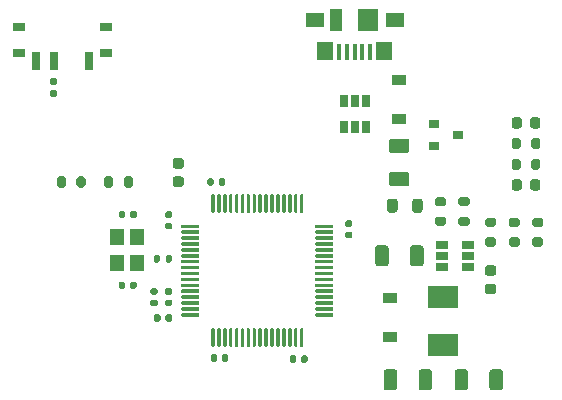
<source format=gbr>
%TF.GenerationSoftware,KiCad,Pcbnew,(5.1.10)-1*%
%TF.CreationDate,2021-07-10T11:27:40-07:00*%
%TF.ProjectId,willios_v2,77696c6c-696f-4735-9f76-322e6b696361,rev?*%
%TF.SameCoordinates,Original*%
%TF.FileFunction,Paste,Top*%
%TF.FilePolarity,Positive*%
%FSLAX46Y46*%
G04 Gerber Fmt 4.6, Leading zero omitted, Abs format (unit mm)*
G04 Created by KiCad (PCBNEW (5.1.10)-1) date 2021-07-10 11:27:40*
%MOMM*%
%LPD*%
G01*
G04 APERTURE LIST*
%ADD10R,1.200000X0.900000*%
%ADD11R,0.450000X1.380000*%
%ADD12R,1.425000X1.550000*%
%ADD13R,1.650000X1.300000*%
%ADD14R,1.800000X1.900000*%
%ADD15R,1.000000X1.900000*%
%ADD16R,2.500000X1.900000*%
%ADD17R,0.900000X0.800000*%
%ADD18R,0.700000X1.500000*%
%ADD19R,1.000000X0.800000*%
%ADD20R,1.060000X0.650000*%
%ADD21R,0.650000X1.060000*%
%ADD22R,1.200000X1.400000*%
G04 APERTURE END LIST*
%TO.C,R7*%
G36*
G01*
X101475000Y-131225000D02*
X101475000Y-131775000D01*
G75*
G02*
X101275000Y-131975000I-200000J0D01*
G01*
X100875000Y-131975000D01*
G75*
G02*
X100675000Y-131775000I0J200000D01*
G01*
X100675000Y-131225000D01*
G75*
G02*
X100875000Y-131025000I200000J0D01*
G01*
X101275000Y-131025000D01*
G75*
G02*
X101475000Y-131225000I0J-200000D01*
G01*
G37*
G36*
G01*
X99825000Y-131225000D02*
X99825000Y-131775000D01*
G75*
G02*
X99625000Y-131975000I-200000J0D01*
G01*
X99225000Y-131975000D01*
G75*
G02*
X99025000Y-131775000I0J200000D01*
G01*
X99025000Y-131225000D01*
G75*
G02*
X99225000Y-131025000I200000J0D01*
G01*
X99625000Y-131025000D01*
G75*
G02*
X99825000Y-131225000I0J-200000D01*
G01*
G37*
%TD*%
%TO.C,C1*%
G36*
G01*
X131500000Y-140100000D02*
X132000000Y-140100000D01*
G75*
G02*
X132225000Y-140325000I0J-225000D01*
G01*
X132225000Y-140775000D01*
G75*
G02*
X132000000Y-141000000I-225000J0D01*
G01*
X131500000Y-141000000D01*
G75*
G02*
X131275000Y-140775000I0J225000D01*
G01*
X131275000Y-140325000D01*
G75*
G02*
X131500000Y-140100000I225000J0D01*
G01*
G37*
G36*
G01*
X131500000Y-138550000D02*
X132000000Y-138550000D01*
G75*
G02*
X132225000Y-138775000I0J-225000D01*
G01*
X132225000Y-139225000D01*
G75*
G02*
X132000000Y-139450000I-225000J0D01*
G01*
X131500000Y-139450000D01*
G75*
G02*
X131275000Y-139225000I0J225000D01*
G01*
X131275000Y-138775000D01*
G75*
G02*
X131500000Y-138550000I225000J0D01*
G01*
G37*
%TD*%
%TO.C,C2*%
G36*
G01*
X126075000Y-137099999D02*
X126075000Y-138400001D01*
G75*
G02*
X125825001Y-138650000I-249999J0D01*
G01*
X125174999Y-138650000D01*
G75*
G02*
X124925000Y-138400001I0J249999D01*
G01*
X124925000Y-137099999D01*
G75*
G02*
X125174999Y-136850000I249999J0D01*
G01*
X125825001Y-136850000D01*
G75*
G02*
X126075000Y-137099999I0J-249999D01*
G01*
G37*
G36*
G01*
X123125000Y-137099999D02*
X123125000Y-138400001D01*
G75*
G02*
X122875001Y-138650000I-249999J0D01*
G01*
X122224999Y-138650000D01*
G75*
G02*
X121975000Y-138400001I0J249999D01*
G01*
X121975000Y-137099999D01*
G75*
G02*
X122224999Y-136850000I249999J0D01*
G01*
X122875001Y-136850000D01*
G75*
G02*
X123125000Y-137099999I0J-249999D01*
G01*
G37*
%TD*%
%TO.C,C3*%
G36*
G01*
X131650000Y-148900001D02*
X131650000Y-147599999D01*
G75*
G02*
X131899999Y-147350000I249999J0D01*
G01*
X132550001Y-147350000D01*
G75*
G02*
X132800000Y-147599999I0J-249999D01*
G01*
X132800000Y-148900001D01*
G75*
G02*
X132550001Y-149150000I-249999J0D01*
G01*
X131899999Y-149150000D01*
G75*
G02*
X131650000Y-148900001I0J249999D01*
G01*
G37*
G36*
G01*
X128700000Y-148900001D02*
X128700000Y-147599999D01*
G75*
G02*
X128949999Y-147350000I249999J0D01*
G01*
X129600001Y-147350000D01*
G75*
G02*
X129850000Y-147599999I0J-249999D01*
G01*
X129850000Y-148900001D01*
G75*
G02*
X129600001Y-149150000I-249999J0D01*
G01*
X128949999Y-149150000D01*
G75*
G02*
X128700000Y-148900001I0J249999D01*
G01*
G37*
%TD*%
%TO.C,C4*%
G36*
G01*
X126800000Y-147599999D02*
X126800000Y-148900001D01*
G75*
G02*
X126550001Y-149150000I-249999J0D01*
G01*
X125899999Y-149150000D01*
G75*
G02*
X125650000Y-148900001I0J249999D01*
G01*
X125650000Y-147599999D01*
G75*
G02*
X125899999Y-147350000I249999J0D01*
G01*
X126550001Y-147350000D01*
G75*
G02*
X126800000Y-147599999I0J-249999D01*
G01*
G37*
G36*
G01*
X123850000Y-147599999D02*
X123850000Y-148900001D01*
G75*
G02*
X123600001Y-149150000I-249999J0D01*
G01*
X122949999Y-149150000D01*
G75*
G02*
X122700000Y-148900001I0J249999D01*
G01*
X122700000Y-147599999D01*
G75*
G02*
X122949999Y-147350000I249999J0D01*
G01*
X123600001Y-147350000D01*
G75*
G02*
X123850000Y-147599999I0J-249999D01*
G01*
G37*
%TD*%
%TO.C,C5*%
G36*
G01*
X105050000Y-129475000D02*
X105550000Y-129475000D01*
G75*
G02*
X105775000Y-129700000I0J-225000D01*
G01*
X105775000Y-130150000D01*
G75*
G02*
X105550000Y-130375000I-225000J0D01*
G01*
X105050000Y-130375000D01*
G75*
G02*
X104825000Y-130150000I0J225000D01*
G01*
X104825000Y-129700000D01*
G75*
G02*
X105050000Y-129475000I225000J0D01*
G01*
G37*
G36*
G01*
X105050000Y-131025000D02*
X105550000Y-131025000D01*
G75*
G02*
X105775000Y-131250000I0J-225000D01*
G01*
X105775000Y-131700000D01*
G75*
G02*
X105550000Y-131925000I-225000J0D01*
G01*
X105050000Y-131925000D01*
G75*
G02*
X104825000Y-131700000I0J225000D01*
G01*
X104825000Y-131250000D01*
G75*
G02*
X105050000Y-131025000I225000J0D01*
G01*
G37*
%TD*%
%TO.C,C6*%
G36*
G01*
X108720000Y-131670000D02*
X108720000Y-131330000D01*
G75*
G02*
X108860000Y-131190000I140000J0D01*
G01*
X109140000Y-131190000D01*
G75*
G02*
X109280000Y-131330000I0J-140000D01*
G01*
X109280000Y-131670000D01*
G75*
G02*
X109140000Y-131810000I-140000J0D01*
G01*
X108860000Y-131810000D01*
G75*
G02*
X108720000Y-131670000I0J140000D01*
G01*
G37*
G36*
G01*
X107760000Y-131670000D02*
X107760000Y-131330000D01*
G75*
G02*
X107900000Y-131190000I140000J0D01*
G01*
X108180000Y-131190000D01*
G75*
G02*
X108320000Y-131330000I0J-140000D01*
G01*
X108320000Y-131670000D01*
G75*
G02*
X108180000Y-131810000I-140000J0D01*
G01*
X107900000Y-131810000D01*
G75*
G02*
X107760000Y-131670000I0J140000D01*
G01*
G37*
%TD*%
%TO.C,C7*%
G36*
G01*
X109560000Y-146230000D02*
X109560000Y-146570000D01*
G75*
G02*
X109420000Y-146710000I-140000J0D01*
G01*
X109140000Y-146710000D01*
G75*
G02*
X109000000Y-146570000I0J140000D01*
G01*
X109000000Y-146230000D01*
G75*
G02*
X109140000Y-146090000I140000J0D01*
G01*
X109420000Y-146090000D01*
G75*
G02*
X109560000Y-146230000I0J-140000D01*
G01*
G37*
G36*
G01*
X108600000Y-146230000D02*
X108600000Y-146570000D01*
G75*
G02*
X108460000Y-146710000I-140000J0D01*
G01*
X108180000Y-146710000D01*
G75*
G02*
X108040000Y-146570000I0J140000D01*
G01*
X108040000Y-146230000D01*
G75*
G02*
X108180000Y-146090000I140000J0D01*
G01*
X108460000Y-146090000D01*
G75*
G02*
X108600000Y-146230000I0J-140000D01*
G01*
G37*
%TD*%
%TO.C,C8*%
G36*
G01*
X115300000Y-146330000D02*
X115300000Y-146670000D01*
G75*
G02*
X115160000Y-146810000I-140000J0D01*
G01*
X114880000Y-146810000D01*
G75*
G02*
X114740000Y-146670000I0J140000D01*
G01*
X114740000Y-146330000D01*
G75*
G02*
X114880000Y-146190000I140000J0D01*
G01*
X115160000Y-146190000D01*
G75*
G02*
X115300000Y-146330000I0J-140000D01*
G01*
G37*
G36*
G01*
X116260000Y-146330000D02*
X116260000Y-146670000D01*
G75*
G02*
X116120000Y-146810000I-140000J0D01*
G01*
X115840000Y-146810000D01*
G75*
G02*
X115700000Y-146670000I0J140000D01*
G01*
X115700000Y-146330000D01*
G75*
G02*
X115840000Y-146190000I140000J0D01*
G01*
X116120000Y-146190000D01*
G75*
G02*
X116260000Y-146330000I0J-140000D01*
G01*
G37*
%TD*%
%TO.C,C9*%
G36*
G01*
X119580000Y-134740000D02*
X119920000Y-134740000D01*
G75*
G02*
X120060000Y-134880000I0J-140000D01*
G01*
X120060000Y-135160000D01*
G75*
G02*
X119920000Y-135300000I-140000J0D01*
G01*
X119580000Y-135300000D01*
G75*
G02*
X119440000Y-135160000I0J140000D01*
G01*
X119440000Y-134880000D01*
G75*
G02*
X119580000Y-134740000I140000J0D01*
G01*
G37*
G36*
G01*
X119580000Y-135700000D02*
X119920000Y-135700000D01*
G75*
G02*
X120060000Y-135840000I0J-140000D01*
G01*
X120060000Y-136120000D01*
G75*
G02*
X119920000Y-136260000I-140000J0D01*
G01*
X119580000Y-136260000D01*
G75*
G02*
X119440000Y-136120000I0J140000D01*
G01*
X119440000Y-135840000D01*
G75*
G02*
X119580000Y-135700000I140000J0D01*
G01*
G37*
%TD*%
%TO.C,C10*%
G36*
G01*
X104670000Y-135510000D02*
X104330000Y-135510000D01*
G75*
G02*
X104190000Y-135370000I0J140000D01*
G01*
X104190000Y-135090000D01*
G75*
G02*
X104330000Y-134950000I140000J0D01*
G01*
X104670000Y-134950000D01*
G75*
G02*
X104810000Y-135090000I0J-140000D01*
G01*
X104810000Y-135370000D01*
G75*
G02*
X104670000Y-135510000I-140000J0D01*
G01*
G37*
G36*
G01*
X104670000Y-134550000D02*
X104330000Y-134550000D01*
G75*
G02*
X104190000Y-134410000I0J140000D01*
G01*
X104190000Y-134130000D01*
G75*
G02*
X104330000Y-133990000I140000J0D01*
G01*
X104670000Y-133990000D01*
G75*
G02*
X104810000Y-134130000I0J-140000D01*
G01*
X104810000Y-134410000D01*
G75*
G02*
X104670000Y-134550000I-140000J0D01*
G01*
G37*
%TD*%
%TO.C,C11*%
G36*
G01*
X103420000Y-141050000D02*
X103080000Y-141050000D01*
G75*
G02*
X102940000Y-140910000I0J140000D01*
G01*
X102940000Y-140630000D01*
G75*
G02*
X103080000Y-140490000I140000J0D01*
G01*
X103420000Y-140490000D01*
G75*
G02*
X103560000Y-140630000I0J-140000D01*
G01*
X103560000Y-140910000D01*
G75*
G02*
X103420000Y-141050000I-140000J0D01*
G01*
G37*
G36*
G01*
X103420000Y-142010000D02*
X103080000Y-142010000D01*
G75*
G02*
X102940000Y-141870000I0J140000D01*
G01*
X102940000Y-141590000D01*
G75*
G02*
X103080000Y-141450000I140000J0D01*
G01*
X103420000Y-141450000D01*
G75*
G02*
X103560000Y-141590000I0J-140000D01*
G01*
X103560000Y-141870000D01*
G75*
G02*
X103420000Y-142010000I-140000J0D01*
G01*
G37*
%TD*%
%TO.C,C12*%
G36*
G01*
X104670000Y-142010000D02*
X104330000Y-142010000D01*
G75*
G02*
X104190000Y-141870000I0J140000D01*
G01*
X104190000Y-141590000D01*
G75*
G02*
X104330000Y-141450000I140000J0D01*
G01*
X104670000Y-141450000D01*
G75*
G02*
X104810000Y-141590000I0J-140000D01*
G01*
X104810000Y-141870000D01*
G75*
G02*
X104670000Y-142010000I-140000J0D01*
G01*
G37*
G36*
G01*
X104670000Y-141050000D02*
X104330000Y-141050000D01*
G75*
G02*
X104190000Y-140910000I0J140000D01*
G01*
X104190000Y-140630000D01*
G75*
G02*
X104330000Y-140490000I140000J0D01*
G01*
X104670000Y-140490000D01*
G75*
G02*
X104810000Y-140630000I0J-140000D01*
G01*
X104810000Y-140910000D01*
G75*
G02*
X104670000Y-141050000I-140000J0D01*
G01*
G37*
%TD*%
%TO.C,C13*%
G36*
G01*
X100260000Y-134420000D02*
X100260000Y-134080000D01*
G75*
G02*
X100400000Y-133940000I140000J0D01*
G01*
X100680000Y-133940000D01*
G75*
G02*
X100820000Y-134080000I0J-140000D01*
G01*
X100820000Y-134420000D01*
G75*
G02*
X100680000Y-134560000I-140000J0D01*
G01*
X100400000Y-134560000D01*
G75*
G02*
X100260000Y-134420000I0J140000D01*
G01*
G37*
G36*
G01*
X101220000Y-134420000D02*
X101220000Y-134080000D01*
G75*
G02*
X101360000Y-133940000I140000J0D01*
G01*
X101640000Y-133940000D01*
G75*
G02*
X101780000Y-134080000I0J-140000D01*
G01*
X101780000Y-134420000D01*
G75*
G02*
X101640000Y-134560000I-140000J0D01*
G01*
X101360000Y-134560000D01*
G75*
G02*
X101220000Y-134420000I0J140000D01*
G01*
G37*
%TD*%
%TO.C,C14*%
G36*
G01*
X100820000Y-140080000D02*
X100820000Y-140420000D01*
G75*
G02*
X100680000Y-140560000I-140000J0D01*
G01*
X100400000Y-140560000D01*
G75*
G02*
X100260000Y-140420000I0J140000D01*
G01*
X100260000Y-140080000D01*
G75*
G02*
X100400000Y-139940000I140000J0D01*
G01*
X100680000Y-139940000D01*
G75*
G02*
X100820000Y-140080000I0J-140000D01*
G01*
G37*
G36*
G01*
X101780000Y-140080000D02*
X101780000Y-140420000D01*
G75*
G02*
X101640000Y-140560000I-140000J0D01*
G01*
X101360000Y-140560000D01*
G75*
G02*
X101220000Y-140420000I0J140000D01*
G01*
X101220000Y-140080000D01*
G75*
G02*
X101360000Y-139940000I140000J0D01*
G01*
X101640000Y-139940000D01*
G75*
G02*
X101780000Y-140080000I0J-140000D01*
G01*
G37*
%TD*%
D10*
%TO.C,D1*%
X124000000Y-122850000D03*
X124000000Y-126150000D03*
%TD*%
%TO.C,D2*%
X123250000Y-141350000D03*
X123250000Y-144650000D03*
%TD*%
%TO.C,D3*%
G36*
G01*
X133525000Y-126756250D02*
X133525000Y-126243750D01*
G75*
G02*
X133743750Y-126025000I218750J0D01*
G01*
X134181250Y-126025000D01*
G75*
G02*
X134400000Y-126243750I0J-218750D01*
G01*
X134400000Y-126756250D01*
G75*
G02*
X134181250Y-126975000I-218750J0D01*
G01*
X133743750Y-126975000D01*
G75*
G02*
X133525000Y-126756250I0J218750D01*
G01*
G37*
G36*
G01*
X135100000Y-126756250D02*
X135100000Y-126243750D01*
G75*
G02*
X135318750Y-126025000I218750J0D01*
G01*
X135756250Y-126025000D01*
G75*
G02*
X135975000Y-126243750I0J-218750D01*
G01*
X135975000Y-126756250D01*
G75*
G02*
X135756250Y-126975000I-218750J0D01*
G01*
X135318750Y-126975000D01*
G75*
G02*
X135100000Y-126756250I0J218750D01*
G01*
G37*
%TD*%
%TO.C,D4*%
G36*
G01*
X135100000Y-132006250D02*
X135100000Y-131493750D01*
G75*
G02*
X135318750Y-131275000I218750J0D01*
G01*
X135756250Y-131275000D01*
G75*
G02*
X135975000Y-131493750I0J-218750D01*
G01*
X135975000Y-132006250D01*
G75*
G02*
X135756250Y-132225000I-218750J0D01*
G01*
X135318750Y-132225000D01*
G75*
G02*
X135100000Y-132006250I0J218750D01*
G01*
G37*
G36*
G01*
X133525000Y-132006250D02*
X133525000Y-131493750D01*
G75*
G02*
X133743750Y-131275000I218750J0D01*
G01*
X134181250Y-131275000D01*
G75*
G02*
X134400000Y-131493750I0J-218750D01*
G01*
X134400000Y-132006250D01*
G75*
G02*
X134181250Y-132225000I-218750J0D01*
G01*
X133743750Y-132225000D01*
G75*
G02*
X133525000Y-132006250I0J218750D01*
G01*
G37*
%TD*%
%TO.C,F1*%
G36*
G01*
X124625000Y-131875000D02*
X123375000Y-131875000D01*
G75*
G02*
X123125000Y-131625000I0J250000D01*
G01*
X123125000Y-130875000D01*
G75*
G02*
X123375000Y-130625000I250000J0D01*
G01*
X124625000Y-130625000D01*
G75*
G02*
X124875000Y-130875000I0J-250000D01*
G01*
X124875000Y-131625000D01*
G75*
G02*
X124625000Y-131875000I-250000J0D01*
G01*
G37*
G36*
G01*
X124625000Y-129075000D02*
X123375000Y-129075000D01*
G75*
G02*
X123125000Y-128825000I0J250000D01*
G01*
X123125000Y-128075000D01*
G75*
G02*
X123375000Y-127825000I250000J0D01*
G01*
X124625000Y-127825000D01*
G75*
G02*
X124875000Y-128075000I0J-250000D01*
G01*
X124875000Y-128825000D01*
G75*
G02*
X124625000Y-129075000I-250000J0D01*
G01*
G37*
%TD*%
%TO.C,FB1*%
G36*
G01*
X126000000Y-133118750D02*
X126000000Y-133881250D01*
G75*
G02*
X125781250Y-134100000I-218750J0D01*
G01*
X125343750Y-134100000D01*
G75*
G02*
X125125000Y-133881250I0J218750D01*
G01*
X125125000Y-133118750D01*
G75*
G02*
X125343750Y-132900000I218750J0D01*
G01*
X125781250Y-132900000D01*
G75*
G02*
X126000000Y-133118750I0J-218750D01*
G01*
G37*
G36*
G01*
X123875000Y-133118750D02*
X123875000Y-133881250D01*
G75*
G02*
X123656250Y-134100000I-218750J0D01*
G01*
X123218750Y-134100000D01*
G75*
G02*
X123000000Y-133881250I0J218750D01*
G01*
X123000000Y-133118750D01*
G75*
G02*
X123218750Y-132900000I218750J0D01*
G01*
X123656250Y-132900000D01*
G75*
G02*
X123875000Y-133118750I0J-218750D01*
G01*
G37*
%TD*%
D11*
%TO.C,J2*%
X121550000Y-120460000D03*
X120900000Y-120460000D03*
X120250000Y-120460000D03*
X119600000Y-120460000D03*
X118950000Y-120460000D03*
D12*
X122737500Y-120375000D03*
X117762500Y-120375000D03*
D13*
X123625000Y-117800000D03*
X116875000Y-117800000D03*
D14*
X121400000Y-117800000D03*
D15*
X118700000Y-117800000D03*
%TD*%
D16*
%TO.C,L1*%
X127750000Y-141200000D03*
X127750000Y-145300000D03*
%TD*%
%TO.C,L2*%
G36*
G01*
X103235000Y-143172500D02*
X103235000Y-142827500D01*
G75*
G02*
X103382500Y-142680000I147500J0D01*
G01*
X103677500Y-142680000D01*
G75*
G02*
X103825000Y-142827500I0J-147500D01*
G01*
X103825000Y-143172500D01*
G75*
G02*
X103677500Y-143320000I-147500J0D01*
G01*
X103382500Y-143320000D01*
G75*
G02*
X103235000Y-143172500I0J147500D01*
G01*
G37*
G36*
G01*
X104205000Y-143172500D02*
X104205000Y-142827500D01*
G75*
G02*
X104352500Y-142680000I147500J0D01*
G01*
X104647500Y-142680000D01*
G75*
G02*
X104795000Y-142827500I0J-147500D01*
G01*
X104795000Y-143172500D01*
G75*
G02*
X104647500Y-143320000I-147500J0D01*
G01*
X104352500Y-143320000D01*
G75*
G02*
X104205000Y-143172500I0J147500D01*
G01*
G37*
%TD*%
D17*
%TO.C,Q1*%
X127000000Y-126550000D03*
X127000000Y-128450000D03*
X129000000Y-127500000D03*
%TD*%
%TO.C,R1*%
G36*
G01*
X127225000Y-132775000D02*
X127775000Y-132775000D01*
G75*
G02*
X127975000Y-132975000I0J-200000D01*
G01*
X127975000Y-133375000D01*
G75*
G02*
X127775000Y-133575000I-200000J0D01*
G01*
X127225000Y-133575000D01*
G75*
G02*
X127025000Y-133375000I0J200000D01*
G01*
X127025000Y-132975000D01*
G75*
G02*
X127225000Y-132775000I200000J0D01*
G01*
G37*
G36*
G01*
X127225000Y-134425000D02*
X127775000Y-134425000D01*
G75*
G02*
X127975000Y-134625000I0J-200000D01*
G01*
X127975000Y-135025000D01*
G75*
G02*
X127775000Y-135225000I-200000J0D01*
G01*
X127225000Y-135225000D01*
G75*
G02*
X127025000Y-135025000I0J200000D01*
G01*
X127025000Y-134625000D01*
G75*
G02*
X127225000Y-134425000I200000J0D01*
G01*
G37*
%TD*%
%TO.C,R2*%
G36*
G01*
X129775000Y-133575000D02*
X129225000Y-133575000D01*
G75*
G02*
X129025000Y-133375000I0J200000D01*
G01*
X129025000Y-132975000D01*
G75*
G02*
X129225000Y-132775000I200000J0D01*
G01*
X129775000Y-132775000D01*
G75*
G02*
X129975000Y-132975000I0J-200000D01*
G01*
X129975000Y-133375000D01*
G75*
G02*
X129775000Y-133575000I-200000J0D01*
G01*
G37*
G36*
G01*
X129775000Y-135225000D02*
X129225000Y-135225000D01*
G75*
G02*
X129025000Y-135025000I0J200000D01*
G01*
X129025000Y-134625000D01*
G75*
G02*
X129225000Y-134425000I200000J0D01*
G01*
X129775000Y-134425000D01*
G75*
G02*
X129975000Y-134625000I0J-200000D01*
G01*
X129975000Y-135025000D01*
G75*
G02*
X129775000Y-135225000I-200000J0D01*
G01*
G37*
%TD*%
%TO.C,R3*%
G36*
G01*
X131475000Y-134525000D02*
X132025000Y-134525000D01*
G75*
G02*
X132225000Y-134725000I0J-200000D01*
G01*
X132225000Y-135125000D01*
G75*
G02*
X132025000Y-135325000I-200000J0D01*
G01*
X131475000Y-135325000D01*
G75*
G02*
X131275000Y-135125000I0J200000D01*
G01*
X131275000Y-134725000D01*
G75*
G02*
X131475000Y-134525000I200000J0D01*
G01*
G37*
G36*
G01*
X131475000Y-136175000D02*
X132025000Y-136175000D01*
G75*
G02*
X132225000Y-136375000I0J-200000D01*
G01*
X132225000Y-136775000D01*
G75*
G02*
X132025000Y-136975000I-200000J0D01*
G01*
X131475000Y-136975000D01*
G75*
G02*
X131275000Y-136775000I0J200000D01*
G01*
X131275000Y-136375000D01*
G75*
G02*
X131475000Y-136175000I200000J0D01*
G01*
G37*
%TD*%
%TO.C,R4*%
G36*
G01*
X134025000Y-136975000D02*
X133475000Y-136975000D01*
G75*
G02*
X133275000Y-136775000I0J200000D01*
G01*
X133275000Y-136375000D01*
G75*
G02*
X133475000Y-136175000I200000J0D01*
G01*
X134025000Y-136175000D01*
G75*
G02*
X134225000Y-136375000I0J-200000D01*
G01*
X134225000Y-136775000D01*
G75*
G02*
X134025000Y-136975000I-200000J0D01*
G01*
G37*
G36*
G01*
X134025000Y-135325000D02*
X133475000Y-135325000D01*
G75*
G02*
X133275000Y-135125000I0J200000D01*
G01*
X133275000Y-134725000D01*
G75*
G02*
X133475000Y-134525000I200000J0D01*
G01*
X134025000Y-134525000D01*
G75*
G02*
X134225000Y-134725000I0J-200000D01*
G01*
X134225000Y-135125000D01*
G75*
G02*
X134025000Y-135325000I-200000J0D01*
G01*
G37*
%TD*%
%TO.C,R5*%
G36*
G01*
X135475000Y-136175000D02*
X136025000Y-136175000D01*
G75*
G02*
X136225000Y-136375000I0J-200000D01*
G01*
X136225000Y-136775000D01*
G75*
G02*
X136025000Y-136975000I-200000J0D01*
G01*
X135475000Y-136975000D01*
G75*
G02*
X135275000Y-136775000I0J200000D01*
G01*
X135275000Y-136375000D01*
G75*
G02*
X135475000Y-136175000I200000J0D01*
G01*
G37*
G36*
G01*
X135475000Y-134525000D02*
X136025000Y-134525000D01*
G75*
G02*
X136225000Y-134725000I0J-200000D01*
G01*
X136225000Y-135125000D01*
G75*
G02*
X136025000Y-135325000I-200000J0D01*
G01*
X135475000Y-135325000D01*
G75*
G02*
X135275000Y-135125000I0J200000D01*
G01*
X135275000Y-134725000D01*
G75*
G02*
X135475000Y-134525000I200000J0D01*
G01*
G37*
%TD*%
%TO.C,R6*%
G36*
G01*
X135175000Y-128525000D02*
X135175000Y-127975000D01*
G75*
G02*
X135375000Y-127775000I200000J0D01*
G01*
X135775000Y-127775000D01*
G75*
G02*
X135975000Y-127975000I0J-200000D01*
G01*
X135975000Y-128525000D01*
G75*
G02*
X135775000Y-128725000I-200000J0D01*
G01*
X135375000Y-128725000D01*
G75*
G02*
X135175000Y-128525000I0J200000D01*
G01*
G37*
G36*
G01*
X133525000Y-128525000D02*
X133525000Y-127975000D01*
G75*
G02*
X133725000Y-127775000I200000J0D01*
G01*
X134125000Y-127775000D01*
G75*
G02*
X134325000Y-127975000I0J-200000D01*
G01*
X134325000Y-128525000D01*
G75*
G02*
X134125000Y-128725000I-200000J0D01*
G01*
X133725000Y-128725000D01*
G75*
G02*
X133525000Y-128525000I0J200000D01*
G01*
G37*
%TD*%
%TO.C,R8*%
G36*
G01*
X96675000Y-131775000D02*
X96675000Y-131225000D01*
G75*
G02*
X96875000Y-131025000I200000J0D01*
G01*
X97275000Y-131025000D01*
G75*
G02*
X97475000Y-131225000I0J-200000D01*
G01*
X97475000Y-131775000D01*
G75*
G02*
X97275000Y-131975000I-200000J0D01*
G01*
X96875000Y-131975000D01*
G75*
G02*
X96675000Y-131775000I0J200000D01*
G01*
G37*
G36*
G01*
X95025000Y-131775000D02*
X95025000Y-131225000D01*
G75*
G02*
X95225000Y-131025000I200000J0D01*
G01*
X95625000Y-131025000D01*
G75*
G02*
X95825000Y-131225000I0J-200000D01*
G01*
X95825000Y-131775000D01*
G75*
G02*
X95625000Y-131975000I-200000J0D01*
G01*
X95225000Y-131975000D01*
G75*
G02*
X95025000Y-131775000I0J200000D01*
G01*
G37*
%TD*%
%TO.C,R9*%
G36*
G01*
X94565000Y-122720000D02*
X94935000Y-122720000D01*
G75*
G02*
X95070000Y-122855000I0J-135000D01*
G01*
X95070000Y-123125000D01*
G75*
G02*
X94935000Y-123260000I-135000J0D01*
G01*
X94565000Y-123260000D01*
G75*
G02*
X94430000Y-123125000I0J135000D01*
G01*
X94430000Y-122855000D01*
G75*
G02*
X94565000Y-122720000I135000J0D01*
G01*
G37*
G36*
G01*
X94565000Y-123740000D02*
X94935000Y-123740000D01*
G75*
G02*
X95070000Y-123875000I0J-135000D01*
G01*
X95070000Y-124145000D01*
G75*
G02*
X94935000Y-124280000I-135000J0D01*
G01*
X94565000Y-124280000D01*
G75*
G02*
X94430000Y-124145000I0J135000D01*
G01*
X94430000Y-123875000D01*
G75*
G02*
X94565000Y-123740000I135000J0D01*
G01*
G37*
%TD*%
%TO.C,R10*%
G36*
G01*
X103760000Y-137815000D02*
X103760000Y-138185000D01*
G75*
G02*
X103625000Y-138320000I-135000J0D01*
G01*
X103355000Y-138320000D01*
G75*
G02*
X103220000Y-138185000I0J135000D01*
G01*
X103220000Y-137815000D01*
G75*
G02*
X103355000Y-137680000I135000J0D01*
G01*
X103625000Y-137680000D01*
G75*
G02*
X103760000Y-137815000I0J-135000D01*
G01*
G37*
G36*
G01*
X104780000Y-137815000D02*
X104780000Y-138185000D01*
G75*
G02*
X104645000Y-138320000I-135000J0D01*
G01*
X104375000Y-138320000D01*
G75*
G02*
X104240000Y-138185000I0J135000D01*
G01*
X104240000Y-137815000D01*
G75*
G02*
X104375000Y-137680000I135000J0D01*
G01*
X104645000Y-137680000D01*
G75*
G02*
X104780000Y-137815000I0J-135000D01*
G01*
G37*
%TD*%
%TO.C,R11*%
G36*
G01*
X133525000Y-130275000D02*
X133525000Y-129725000D01*
G75*
G02*
X133725000Y-129525000I200000J0D01*
G01*
X134125000Y-129525000D01*
G75*
G02*
X134325000Y-129725000I0J-200000D01*
G01*
X134325000Y-130275000D01*
G75*
G02*
X134125000Y-130475000I-200000J0D01*
G01*
X133725000Y-130475000D01*
G75*
G02*
X133525000Y-130275000I0J200000D01*
G01*
G37*
G36*
G01*
X135175000Y-130275000D02*
X135175000Y-129725000D01*
G75*
G02*
X135375000Y-129525000I200000J0D01*
G01*
X135775000Y-129525000D01*
G75*
G02*
X135975000Y-129725000I0J-200000D01*
G01*
X135975000Y-130275000D01*
G75*
G02*
X135775000Y-130475000I-200000J0D01*
G01*
X135375000Y-130475000D01*
G75*
G02*
X135175000Y-130275000I0J200000D01*
G01*
G37*
%TD*%
D18*
%TO.C,SW1*%
X97750000Y-121260000D03*
X94750000Y-121260000D03*
X93250000Y-121260000D03*
D19*
X99150000Y-118400000D03*
X91850000Y-118400000D03*
X91850000Y-120610000D03*
X99150000Y-120610000D03*
%TD*%
D20*
%TO.C,U1*%
X127650000Y-137750000D03*
X127650000Y-138700000D03*
X127650000Y-136800000D03*
X129850000Y-136800000D03*
X129850000Y-137750000D03*
X129850000Y-138700000D03*
%TD*%
D21*
%TO.C,U2*%
X121200000Y-124650000D03*
X120250000Y-124650000D03*
X119300000Y-124650000D03*
X119300000Y-126850000D03*
X121200000Y-126850000D03*
X120250000Y-126850000D03*
%TD*%
%TO.C,U3*%
G36*
G01*
X105550000Y-135325000D02*
X105550000Y-135175000D01*
G75*
G02*
X105625000Y-135100000I75000J0D01*
G01*
X107025000Y-135100000D01*
G75*
G02*
X107100000Y-135175000I0J-75000D01*
G01*
X107100000Y-135325000D01*
G75*
G02*
X107025000Y-135400000I-75000J0D01*
G01*
X105625000Y-135400000D01*
G75*
G02*
X105550000Y-135325000I0J75000D01*
G01*
G37*
G36*
G01*
X105550000Y-135825000D02*
X105550000Y-135675000D01*
G75*
G02*
X105625000Y-135600000I75000J0D01*
G01*
X107025000Y-135600000D01*
G75*
G02*
X107100000Y-135675000I0J-75000D01*
G01*
X107100000Y-135825000D01*
G75*
G02*
X107025000Y-135900000I-75000J0D01*
G01*
X105625000Y-135900000D01*
G75*
G02*
X105550000Y-135825000I0J75000D01*
G01*
G37*
G36*
G01*
X105550000Y-136325000D02*
X105550000Y-136175000D01*
G75*
G02*
X105625000Y-136100000I75000J0D01*
G01*
X107025000Y-136100000D01*
G75*
G02*
X107100000Y-136175000I0J-75000D01*
G01*
X107100000Y-136325000D01*
G75*
G02*
X107025000Y-136400000I-75000J0D01*
G01*
X105625000Y-136400000D01*
G75*
G02*
X105550000Y-136325000I0J75000D01*
G01*
G37*
G36*
G01*
X105550000Y-136825000D02*
X105550000Y-136675000D01*
G75*
G02*
X105625000Y-136600000I75000J0D01*
G01*
X107025000Y-136600000D01*
G75*
G02*
X107100000Y-136675000I0J-75000D01*
G01*
X107100000Y-136825000D01*
G75*
G02*
X107025000Y-136900000I-75000J0D01*
G01*
X105625000Y-136900000D01*
G75*
G02*
X105550000Y-136825000I0J75000D01*
G01*
G37*
G36*
G01*
X105550000Y-137325000D02*
X105550000Y-137175000D01*
G75*
G02*
X105625000Y-137100000I75000J0D01*
G01*
X107025000Y-137100000D01*
G75*
G02*
X107100000Y-137175000I0J-75000D01*
G01*
X107100000Y-137325000D01*
G75*
G02*
X107025000Y-137400000I-75000J0D01*
G01*
X105625000Y-137400000D01*
G75*
G02*
X105550000Y-137325000I0J75000D01*
G01*
G37*
G36*
G01*
X105550000Y-137825000D02*
X105550000Y-137675000D01*
G75*
G02*
X105625000Y-137600000I75000J0D01*
G01*
X107025000Y-137600000D01*
G75*
G02*
X107100000Y-137675000I0J-75000D01*
G01*
X107100000Y-137825000D01*
G75*
G02*
X107025000Y-137900000I-75000J0D01*
G01*
X105625000Y-137900000D01*
G75*
G02*
X105550000Y-137825000I0J75000D01*
G01*
G37*
G36*
G01*
X105550000Y-138325000D02*
X105550000Y-138175000D01*
G75*
G02*
X105625000Y-138100000I75000J0D01*
G01*
X107025000Y-138100000D01*
G75*
G02*
X107100000Y-138175000I0J-75000D01*
G01*
X107100000Y-138325000D01*
G75*
G02*
X107025000Y-138400000I-75000J0D01*
G01*
X105625000Y-138400000D01*
G75*
G02*
X105550000Y-138325000I0J75000D01*
G01*
G37*
G36*
G01*
X105550000Y-138825000D02*
X105550000Y-138675000D01*
G75*
G02*
X105625000Y-138600000I75000J0D01*
G01*
X107025000Y-138600000D01*
G75*
G02*
X107100000Y-138675000I0J-75000D01*
G01*
X107100000Y-138825000D01*
G75*
G02*
X107025000Y-138900000I-75000J0D01*
G01*
X105625000Y-138900000D01*
G75*
G02*
X105550000Y-138825000I0J75000D01*
G01*
G37*
G36*
G01*
X105550000Y-139325000D02*
X105550000Y-139175000D01*
G75*
G02*
X105625000Y-139100000I75000J0D01*
G01*
X107025000Y-139100000D01*
G75*
G02*
X107100000Y-139175000I0J-75000D01*
G01*
X107100000Y-139325000D01*
G75*
G02*
X107025000Y-139400000I-75000J0D01*
G01*
X105625000Y-139400000D01*
G75*
G02*
X105550000Y-139325000I0J75000D01*
G01*
G37*
G36*
G01*
X105550000Y-139825000D02*
X105550000Y-139675000D01*
G75*
G02*
X105625000Y-139600000I75000J0D01*
G01*
X107025000Y-139600000D01*
G75*
G02*
X107100000Y-139675000I0J-75000D01*
G01*
X107100000Y-139825000D01*
G75*
G02*
X107025000Y-139900000I-75000J0D01*
G01*
X105625000Y-139900000D01*
G75*
G02*
X105550000Y-139825000I0J75000D01*
G01*
G37*
G36*
G01*
X105550000Y-140325000D02*
X105550000Y-140175000D01*
G75*
G02*
X105625000Y-140100000I75000J0D01*
G01*
X107025000Y-140100000D01*
G75*
G02*
X107100000Y-140175000I0J-75000D01*
G01*
X107100000Y-140325000D01*
G75*
G02*
X107025000Y-140400000I-75000J0D01*
G01*
X105625000Y-140400000D01*
G75*
G02*
X105550000Y-140325000I0J75000D01*
G01*
G37*
G36*
G01*
X105550000Y-140825000D02*
X105550000Y-140675000D01*
G75*
G02*
X105625000Y-140600000I75000J0D01*
G01*
X107025000Y-140600000D01*
G75*
G02*
X107100000Y-140675000I0J-75000D01*
G01*
X107100000Y-140825000D01*
G75*
G02*
X107025000Y-140900000I-75000J0D01*
G01*
X105625000Y-140900000D01*
G75*
G02*
X105550000Y-140825000I0J75000D01*
G01*
G37*
G36*
G01*
X105550000Y-141325000D02*
X105550000Y-141175000D01*
G75*
G02*
X105625000Y-141100000I75000J0D01*
G01*
X107025000Y-141100000D01*
G75*
G02*
X107100000Y-141175000I0J-75000D01*
G01*
X107100000Y-141325000D01*
G75*
G02*
X107025000Y-141400000I-75000J0D01*
G01*
X105625000Y-141400000D01*
G75*
G02*
X105550000Y-141325000I0J75000D01*
G01*
G37*
G36*
G01*
X105550000Y-141825000D02*
X105550000Y-141675000D01*
G75*
G02*
X105625000Y-141600000I75000J0D01*
G01*
X107025000Y-141600000D01*
G75*
G02*
X107100000Y-141675000I0J-75000D01*
G01*
X107100000Y-141825000D01*
G75*
G02*
X107025000Y-141900000I-75000J0D01*
G01*
X105625000Y-141900000D01*
G75*
G02*
X105550000Y-141825000I0J75000D01*
G01*
G37*
G36*
G01*
X105550000Y-142325000D02*
X105550000Y-142175000D01*
G75*
G02*
X105625000Y-142100000I75000J0D01*
G01*
X107025000Y-142100000D01*
G75*
G02*
X107100000Y-142175000I0J-75000D01*
G01*
X107100000Y-142325000D01*
G75*
G02*
X107025000Y-142400000I-75000J0D01*
G01*
X105625000Y-142400000D01*
G75*
G02*
X105550000Y-142325000I0J75000D01*
G01*
G37*
G36*
G01*
X105550000Y-142825000D02*
X105550000Y-142675000D01*
G75*
G02*
X105625000Y-142600000I75000J0D01*
G01*
X107025000Y-142600000D01*
G75*
G02*
X107100000Y-142675000I0J-75000D01*
G01*
X107100000Y-142825000D01*
G75*
G02*
X107025000Y-142900000I-75000J0D01*
G01*
X105625000Y-142900000D01*
G75*
G02*
X105550000Y-142825000I0J75000D01*
G01*
G37*
G36*
G01*
X108100000Y-145375000D02*
X108100000Y-143975000D01*
G75*
G02*
X108175000Y-143900000I75000J0D01*
G01*
X108325000Y-143900000D01*
G75*
G02*
X108400000Y-143975000I0J-75000D01*
G01*
X108400000Y-145375000D01*
G75*
G02*
X108325000Y-145450000I-75000J0D01*
G01*
X108175000Y-145450000D01*
G75*
G02*
X108100000Y-145375000I0J75000D01*
G01*
G37*
G36*
G01*
X108600000Y-145375000D02*
X108600000Y-143975000D01*
G75*
G02*
X108675000Y-143900000I75000J0D01*
G01*
X108825000Y-143900000D01*
G75*
G02*
X108900000Y-143975000I0J-75000D01*
G01*
X108900000Y-145375000D01*
G75*
G02*
X108825000Y-145450000I-75000J0D01*
G01*
X108675000Y-145450000D01*
G75*
G02*
X108600000Y-145375000I0J75000D01*
G01*
G37*
G36*
G01*
X109100000Y-145375000D02*
X109100000Y-143975000D01*
G75*
G02*
X109175000Y-143900000I75000J0D01*
G01*
X109325000Y-143900000D01*
G75*
G02*
X109400000Y-143975000I0J-75000D01*
G01*
X109400000Y-145375000D01*
G75*
G02*
X109325000Y-145450000I-75000J0D01*
G01*
X109175000Y-145450000D01*
G75*
G02*
X109100000Y-145375000I0J75000D01*
G01*
G37*
G36*
G01*
X109600000Y-145375000D02*
X109600000Y-143975000D01*
G75*
G02*
X109675000Y-143900000I75000J0D01*
G01*
X109825000Y-143900000D01*
G75*
G02*
X109900000Y-143975000I0J-75000D01*
G01*
X109900000Y-145375000D01*
G75*
G02*
X109825000Y-145450000I-75000J0D01*
G01*
X109675000Y-145450000D01*
G75*
G02*
X109600000Y-145375000I0J75000D01*
G01*
G37*
G36*
G01*
X110100000Y-145375000D02*
X110100000Y-143975000D01*
G75*
G02*
X110175000Y-143900000I75000J0D01*
G01*
X110325000Y-143900000D01*
G75*
G02*
X110400000Y-143975000I0J-75000D01*
G01*
X110400000Y-145375000D01*
G75*
G02*
X110325000Y-145450000I-75000J0D01*
G01*
X110175000Y-145450000D01*
G75*
G02*
X110100000Y-145375000I0J75000D01*
G01*
G37*
G36*
G01*
X110600000Y-145375000D02*
X110600000Y-143975000D01*
G75*
G02*
X110675000Y-143900000I75000J0D01*
G01*
X110825000Y-143900000D01*
G75*
G02*
X110900000Y-143975000I0J-75000D01*
G01*
X110900000Y-145375000D01*
G75*
G02*
X110825000Y-145450000I-75000J0D01*
G01*
X110675000Y-145450000D01*
G75*
G02*
X110600000Y-145375000I0J75000D01*
G01*
G37*
G36*
G01*
X111100000Y-145375000D02*
X111100000Y-143975000D01*
G75*
G02*
X111175000Y-143900000I75000J0D01*
G01*
X111325000Y-143900000D01*
G75*
G02*
X111400000Y-143975000I0J-75000D01*
G01*
X111400000Y-145375000D01*
G75*
G02*
X111325000Y-145450000I-75000J0D01*
G01*
X111175000Y-145450000D01*
G75*
G02*
X111100000Y-145375000I0J75000D01*
G01*
G37*
G36*
G01*
X111600000Y-145375000D02*
X111600000Y-143975000D01*
G75*
G02*
X111675000Y-143900000I75000J0D01*
G01*
X111825000Y-143900000D01*
G75*
G02*
X111900000Y-143975000I0J-75000D01*
G01*
X111900000Y-145375000D01*
G75*
G02*
X111825000Y-145450000I-75000J0D01*
G01*
X111675000Y-145450000D01*
G75*
G02*
X111600000Y-145375000I0J75000D01*
G01*
G37*
G36*
G01*
X112100000Y-145375000D02*
X112100000Y-143975000D01*
G75*
G02*
X112175000Y-143900000I75000J0D01*
G01*
X112325000Y-143900000D01*
G75*
G02*
X112400000Y-143975000I0J-75000D01*
G01*
X112400000Y-145375000D01*
G75*
G02*
X112325000Y-145450000I-75000J0D01*
G01*
X112175000Y-145450000D01*
G75*
G02*
X112100000Y-145375000I0J75000D01*
G01*
G37*
G36*
G01*
X112600000Y-145375000D02*
X112600000Y-143975000D01*
G75*
G02*
X112675000Y-143900000I75000J0D01*
G01*
X112825000Y-143900000D01*
G75*
G02*
X112900000Y-143975000I0J-75000D01*
G01*
X112900000Y-145375000D01*
G75*
G02*
X112825000Y-145450000I-75000J0D01*
G01*
X112675000Y-145450000D01*
G75*
G02*
X112600000Y-145375000I0J75000D01*
G01*
G37*
G36*
G01*
X113100000Y-145375000D02*
X113100000Y-143975000D01*
G75*
G02*
X113175000Y-143900000I75000J0D01*
G01*
X113325000Y-143900000D01*
G75*
G02*
X113400000Y-143975000I0J-75000D01*
G01*
X113400000Y-145375000D01*
G75*
G02*
X113325000Y-145450000I-75000J0D01*
G01*
X113175000Y-145450000D01*
G75*
G02*
X113100000Y-145375000I0J75000D01*
G01*
G37*
G36*
G01*
X113600000Y-145375000D02*
X113600000Y-143975000D01*
G75*
G02*
X113675000Y-143900000I75000J0D01*
G01*
X113825000Y-143900000D01*
G75*
G02*
X113900000Y-143975000I0J-75000D01*
G01*
X113900000Y-145375000D01*
G75*
G02*
X113825000Y-145450000I-75000J0D01*
G01*
X113675000Y-145450000D01*
G75*
G02*
X113600000Y-145375000I0J75000D01*
G01*
G37*
G36*
G01*
X114100000Y-145375000D02*
X114100000Y-143975000D01*
G75*
G02*
X114175000Y-143900000I75000J0D01*
G01*
X114325000Y-143900000D01*
G75*
G02*
X114400000Y-143975000I0J-75000D01*
G01*
X114400000Y-145375000D01*
G75*
G02*
X114325000Y-145450000I-75000J0D01*
G01*
X114175000Y-145450000D01*
G75*
G02*
X114100000Y-145375000I0J75000D01*
G01*
G37*
G36*
G01*
X114600000Y-145375000D02*
X114600000Y-143975000D01*
G75*
G02*
X114675000Y-143900000I75000J0D01*
G01*
X114825000Y-143900000D01*
G75*
G02*
X114900000Y-143975000I0J-75000D01*
G01*
X114900000Y-145375000D01*
G75*
G02*
X114825000Y-145450000I-75000J0D01*
G01*
X114675000Y-145450000D01*
G75*
G02*
X114600000Y-145375000I0J75000D01*
G01*
G37*
G36*
G01*
X115100000Y-145375000D02*
X115100000Y-143975000D01*
G75*
G02*
X115175000Y-143900000I75000J0D01*
G01*
X115325000Y-143900000D01*
G75*
G02*
X115400000Y-143975000I0J-75000D01*
G01*
X115400000Y-145375000D01*
G75*
G02*
X115325000Y-145450000I-75000J0D01*
G01*
X115175000Y-145450000D01*
G75*
G02*
X115100000Y-145375000I0J75000D01*
G01*
G37*
G36*
G01*
X115600000Y-145375000D02*
X115600000Y-143975000D01*
G75*
G02*
X115675000Y-143900000I75000J0D01*
G01*
X115825000Y-143900000D01*
G75*
G02*
X115900000Y-143975000I0J-75000D01*
G01*
X115900000Y-145375000D01*
G75*
G02*
X115825000Y-145450000I-75000J0D01*
G01*
X115675000Y-145450000D01*
G75*
G02*
X115600000Y-145375000I0J75000D01*
G01*
G37*
G36*
G01*
X116900000Y-142825000D02*
X116900000Y-142675000D01*
G75*
G02*
X116975000Y-142600000I75000J0D01*
G01*
X118375000Y-142600000D01*
G75*
G02*
X118450000Y-142675000I0J-75000D01*
G01*
X118450000Y-142825000D01*
G75*
G02*
X118375000Y-142900000I-75000J0D01*
G01*
X116975000Y-142900000D01*
G75*
G02*
X116900000Y-142825000I0J75000D01*
G01*
G37*
G36*
G01*
X116900000Y-142325000D02*
X116900000Y-142175000D01*
G75*
G02*
X116975000Y-142100000I75000J0D01*
G01*
X118375000Y-142100000D01*
G75*
G02*
X118450000Y-142175000I0J-75000D01*
G01*
X118450000Y-142325000D01*
G75*
G02*
X118375000Y-142400000I-75000J0D01*
G01*
X116975000Y-142400000D01*
G75*
G02*
X116900000Y-142325000I0J75000D01*
G01*
G37*
G36*
G01*
X116900000Y-141825000D02*
X116900000Y-141675000D01*
G75*
G02*
X116975000Y-141600000I75000J0D01*
G01*
X118375000Y-141600000D01*
G75*
G02*
X118450000Y-141675000I0J-75000D01*
G01*
X118450000Y-141825000D01*
G75*
G02*
X118375000Y-141900000I-75000J0D01*
G01*
X116975000Y-141900000D01*
G75*
G02*
X116900000Y-141825000I0J75000D01*
G01*
G37*
G36*
G01*
X116900000Y-141325000D02*
X116900000Y-141175000D01*
G75*
G02*
X116975000Y-141100000I75000J0D01*
G01*
X118375000Y-141100000D01*
G75*
G02*
X118450000Y-141175000I0J-75000D01*
G01*
X118450000Y-141325000D01*
G75*
G02*
X118375000Y-141400000I-75000J0D01*
G01*
X116975000Y-141400000D01*
G75*
G02*
X116900000Y-141325000I0J75000D01*
G01*
G37*
G36*
G01*
X116900000Y-140825000D02*
X116900000Y-140675000D01*
G75*
G02*
X116975000Y-140600000I75000J0D01*
G01*
X118375000Y-140600000D01*
G75*
G02*
X118450000Y-140675000I0J-75000D01*
G01*
X118450000Y-140825000D01*
G75*
G02*
X118375000Y-140900000I-75000J0D01*
G01*
X116975000Y-140900000D01*
G75*
G02*
X116900000Y-140825000I0J75000D01*
G01*
G37*
G36*
G01*
X116900000Y-140325000D02*
X116900000Y-140175000D01*
G75*
G02*
X116975000Y-140100000I75000J0D01*
G01*
X118375000Y-140100000D01*
G75*
G02*
X118450000Y-140175000I0J-75000D01*
G01*
X118450000Y-140325000D01*
G75*
G02*
X118375000Y-140400000I-75000J0D01*
G01*
X116975000Y-140400000D01*
G75*
G02*
X116900000Y-140325000I0J75000D01*
G01*
G37*
G36*
G01*
X116900000Y-139825000D02*
X116900000Y-139675000D01*
G75*
G02*
X116975000Y-139600000I75000J0D01*
G01*
X118375000Y-139600000D01*
G75*
G02*
X118450000Y-139675000I0J-75000D01*
G01*
X118450000Y-139825000D01*
G75*
G02*
X118375000Y-139900000I-75000J0D01*
G01*
X116975000Y-139900000D01*
G75*
G02*
X116900000Y-139825000I0J75000D01*
G01*
G37*
G36*
G01*
X116900000Y-139325000D02*
X116900000Y-139175000D01*
G75*
G02*
X116975000Y-139100000I75000J0D01*
G01*
X118375000Y-139100000D01*
G75*
G02*
X118450000Y-139175000I0J-75000D01*
G01*
X118450000Y-139325000D01*
G75*
G02*
X118375000Y-139400000I-75000J0D01*
G01*
X116975000Y-139400000D01*
G75*
G02*
X116900000Y-139325000I0J75000D01*
G01*
G37*
G36*
G01*
X116900000Y-138825000D02*
X116900000Y-138675000D01*
G75*
G02*
X116975000Y-138600000I75000J0D01*
G01*
X118375000Y-138600000D01*
G75*
G02*
X118450000Y-138675000I0J-75000D01*
G01*
X118450000Y-138825000D01*
G75*
G02*
X118375000Y-138900000I-75000J0D01*
G01*
X116975000Y-138900000D01*
G75*
G02*
X116900000Y-138825000I0J75000D01*
G01*
G37*
G36*
G01*
X116900000Y-138325000D02*
X116900000Y-138175000D01*
G75*
G02*
X116975000Y-138100000I75000J0D01*
G01*
X118375000Y-138100000D01*
G75*
G02*
X118450000Y-138175000I0J-75000D01*
G01*
X118450000Y-138325000D01*
G75*
G02*
X118375000Y-138400000I-75000J0D01*
G01*
X116975000Y-138400000D01*
G75*
G02*
X116900000Y-138325000I0J75000D01*
G01*
G37*
G36*
G01*
X116900000Y-137825000D02*
X116900000Y-137675000D01*
G75*
G02*
X116975000Y-137600000I75000J0D01*
G01*
X118375000Y-137600000D01*
G75*
G02*
X118450000Y-137675000I0J-75000D01*
G01*
X118450000Y-137825000D01*
G75*
G02*
X118375000Y-137900000I-75000J0D01*
G01*
X116975000Y-137900000D01*
G75*
G02*
X116900000Y-137825000I0J75000D01*
G01*
G37*
G36*
G01*
X116900000Y-137325000D02*
X116900000Y-137175000D01*
G75*
G02*
X116975000Y-137100000I75000J0D01*
G01*
X118375000Y-137100000D01*
G75*
G02*
X118450000Y-137175000I0J-75000D01*
G01*
X118450000Y-137325000D01*
G75*
G02*
X118375000Y-137400000I-75000J0D01*
G01*
X116975000Y-137400000D01*
G75*
G02*
X116900000Y-137325000I0J75000D01*
G01*
G37*
G36*
G01*
X116900000Y-136825000D02*
X116900000Y-136675000D01*
G75*
G02*
X116975000Y-136600000I75000J0D01*
G01*
X118375000Y-136600000D01*
G75*
G02*
X118450000Y-136675000I0J-75000D01*
G01*
X118450000Y-136825000D01*
G75*
G02*
X118375000Y-136900000I-75000J0D01*
G01*
X116975000Y-136900000D01*
G75*
G02*
X116900000Y-136825000I0J75000D01*
G01*
G37*
G36*
G01*
X116900000Y-136325000D02*
X116900000Y-136175000D01*
G75*
G02*
X116975000Y-136100000I75000J0D01*
G01*
X118375000Y-136100000D01*
G75*
G02*
X118450000Y-136175000I0J-75000D01*
G01*
X118450000Y-136325000D01*
G75*
G02*
X118375000Y-136400000I-75000J0D01*
G01*
X116975000Y-136400000D01*
G75*
G02*
X116900000Y-136325000I0J75000D01*
G01*
G37*
G36*
G01*
X116900000Y-135825000D02*
X116900000Y-135675000D01*
G75*
G02*
X116975000Y-135600000I75000J0D01*
G01*
X118375000Y-135600000D01*
G75*
G02*
X118450000Y-135675000I0J-75000D01*
G01*
X118450000Y-135825000D01*
G75*
G02*
X118375000Y-135900000I-75000J0D01*
G01*
X116975000Y-135900000D01*
G75*
G02*
X116900000Y-135825000I0J75000D01*
G01*
G37*
G36*
G01*
X116900000Y-135325000D02*
X116900000Y-135175000D01*
G75*
G02*
X116975000Y-135100000I75000J0D01*
G01*
X118375000Y-135100000D01*
G75*
G02*
X118450000Y-135175000I0J-75000D01*
G01*
X118450000Y-135325000D01*
G75*
G02*
X118375000Y-135400000I-75000J0D01*
G01*
X116975000Y-135400000D01*
G75*
G02*
X116900000Y-135325000I0J75000D01*
G01*
G37*
G36*
G01*
X115600000Y-134025000D02*
X115600000Y-132625000D01*
G75*
G02*
X115675000Y-132550000I75000J0D01*
G01*
X115825000Y-132550000D01*
G75*
G02*
X115900000Y-132625000I0J-75000D01*
G01*
X115900000Y-134025000D01*
G75*
G02*
X115825000Y-134100000I-75000J0D01*
G01*
X115675000Y-134100000D01*
G75*
G02*
X115600000Y-134025000I0J75000D01*
G01*
G37*
G36*
G01*
X115100000Y-134025000D02*
X115100000Y-132625000D01*
G75*
G02*
X115175000Y-132550000I75000J0D01*
G01*
X115325000Y-132550000D01*
G75*
G02*
X115400000Y-132625000I0J-75000D01*
G01*
X115400000Y-134025000D01*
G75*
G02*
X115325000Y-134100000I-75000J0D01*
G01*
X115175000Y-134100000D01*
G75*
G02*
X115100000Y-134025000I0J75000D01*
G01*
G37*
G36*
G01*
X114600000Y-134025000D02*
X114600000Y-132625000D01*
G75*
G02*
X114675000Y-132550000I75000J0D01*
G01*
X114825000Y-132550000D01*
G75*
G02*
X114900000Y-132625000I0J-75000D01*
G01*
X114900000Y-134025000D01*
G75*
G02*
X114825000Y-134100000I-75000J0D01*
G01*
X114675000Y-134100000D01*
G75*
G02*
X114600000Y-134025000I0J75000D01*
G01*
G37*
G36*
G01*
X114100000Y-134025000D02*
X114100000Y-132625000D01*
G75*
G02*
X114175000Y-132550000I75000J0D01*
G01*
X114325000Y-132550000D01*
G75*
G02*
X114400000Y-132625000I0J-75000D01*
G01*
X114400000Y-134025000D01*
G75*
G02*
X114325000Y-134100000I-75000J0D01*
G01*
X114175000Y-134100000D01*
G75*
G02*
X114100000Y-134025000I0J75000D01*
G01*
G37*
G36*
G01*
X113600000Y-134025000D02*
X113600000Y-132625000D01*
G75*
G02*
X113675000Y-132550000I75000J0D01*
G01*
X113825000Y-132550000D01*
G75*
G02*
X113900000Y-132625000I0J-75000D01*
G01*
X113900000Y-134025000D01*
G75*
G02*
X113825000Y-134100000I-75000J0D01*
G01*
X113675000Y-134100000D01*
G75*
G02*
X113600000Y-134025000I0J75000D01*
G01*
G37*
G36*
G01*
X113100000Y-134025000D02*
X113100000Y-132625000D01*
G75*
G02*
X113175000Y-132550000I75000J0D01*
G01*
X113325000Y-132550000D01*
G75*
G02*
X113400000Y-132625000I0J-75000D01*
G01*
X113400000Y-134025000D01*
G75*
G02*
X113325000Y-134100000I-75000J0D01*
G01*
X113175000Y-134100000D01*
G75*
G02*
X113100000Y-134025000I0J75000D01*
G01*
G37*
G36*
G01*
X112600000Y-134025000D02*
X112600000Y-132625000D01*
G75*
G02*
X112675000Y-132550000I75000J0D01*
G01*
X112825000Y-132550000D01*
G75*
G02*
X112900000Y-132625000I0J-75000D01*
G01*
X112900000Y-134025000D01*
G75*
G02*
X112825000Y-134100000I-75000J0D01*
G01*
X112675000Y-134100000D01*
G75*
G02*
X112600000Y-134025000I0J75000D01*
G01*
G37*
G36*
G01*
X112100000Y-134025000D02*
X112100000Y-132625000D01*
G75*
G02*
X112175000Y-132550000I75000J0D01*
G01*
X112325000Y-132550000D01*
G75*
G02*
X112400000Y-132625000I0J-75000D01*
G01*
X112400000Y-134025000D01*
G75*
G02*
X112325000Y-134100000I-75000J0D01*
G01*
X112175000Y-134100000D01*
G75*
G02*
X112100000Y-134025000I0J75000D01*
G01*
G37*
G36*
G01*
X111600000Y-134025000D02*
X111600000Y-132625000D01*
G75*
G02*
X111675000Y-132550000I75000J0D01*
G01*
X111825000Y-132550000D01*
G75*
G02*
X111900000Y-132625000I0J-75000D01*
G01*
X111900000Y-134025000D01*
G75*
G02*
X111825000Y-134100000I-75000J0D01*
G01*
X111675000Y-134100000D01*
G75*
G02*
X111600000Y-134025000I0J75000D01*
G01*
G37*
G36*
G01*
X111100000Y-134025000D02*
X111100000Y-132625000D01*
G75*
G02*
X111175000Y-132550000I75000J0D01*
G01*
X111325000Y-132550000D01*
G75*
G02*
X111400000Y-132625000I0J-75000D01*
G01*
X111400000Y-134025000D01*
G75*
G02*
X111325000Y-134100000I-75000J0D01*
G01*
X111175000Y-134100000D01*
G75*
G02*
X111100000Y-134025000I0J75000D01*
G01*
G37*
G36*
G01*
X110600000Y-134025000D02*
X110600000Y-132625000D01*
G75*
G02*
X110675000Y-132550000I75000J0D01*
G01*
X110825000Y-132550000D01*
G75*
G02*
X110900000Y-132625000I0J-75000D01*
G01*
X110900000Y-134025000D01*
G75*
G02*
X110825000Y-134100000I-75000J0D01*
G01*
X110675000Y-134100000D01*
G75*
G02*
X110600000Y-134025000I0J75000D01*
G01*
G37*
G36*
G01*
X110100000Y-134025000D02*
X110100000Y-132625000D01*
G75*
G02*
X110175000Y-132550000I75000J0D01*
G01*
X110325000Y-132550000D01*
G75*
G02*
X110400000Y-132625000I0J-75000D01*
G01*
X110400000Y-134025000D01*
G75*
G02*
X110325000Y-134100000I-75000J0D01*
G01*
X110175000Y-134100000D01*
G75*
G02*
X110100000Y-134025000I0J75000D01*
G01*
G37*
G36*
G01*
X109600000Y-134025000D02*
X109600000Y-132625000D01*
G75*
G02*
X109675000Y-132550000I75000J0D01*
G01*
X109825000Y-132550000D01*
G75*
G02*
X109900000Y-132625000I0J-75000D01*
G01*
X109900000Y-134025000D01*
G75*
G02*
X109825000Y-134100000I-75000J0D01*
G01*
X109675000Y-134100000D01*
G75*
G02*
X109600000Y-134025000I0J75000D01*
G01*
G37*
G36*
G01*
X109100000Y-134025000D02*
X109100000Y-132625000D01*
G75*
G02*
X109175000Y-132550000I75000J0D01*
G01*
X109325000Y-132550000D01*
G75*
G02*
X109400000Y-132625000I0J-75000D01*
G01*
X109400000Y-134025000D01*
G75*
G02*
X109325000Y-134100000I-75000J0D01*
G01*
X109175000Y-134100000D01*
G75*
G02*
X109100000Y-134025000I0J75000D01*
G01*
G37*
G36*
G01*
X108600000Y-134025000D02*
X108600000Y-132625000D01*
G75*
G02*
X108675000Y-132550000I75000J0D01*
G01*
X108825000Y-132550000D01*
G75*
G02*
X108900000Y-132625000I0J-75000D01*
G01*
X108900000Y-134025000D01*
G75*
G02*
X108825000Y-134100000I-75000J0D01*
G01*
X108675000Y-134100000D01*
G75*
G02*
X108600000Y-134025000I0J75000D01*
G01*
G37*
G36*
G01*
X108100000Y-134025000D02*
X108100000Y-132625000D01*
G75*
G02*
X108175000Y-132550000I75000J0D01*
G01*
X108325000Y-132550000D01*
G75*
G02*
X108400000Y-132625000I0J-75000D01*
G01*
X108400000Y-134025000D01*
G75*
G02*
X108325000Y-134100000I-75000J0D01*
G01*
X108175000Y-134100000D01*
G75*
G02*
X108100000Y-134025000I0J75000D01*
G01*
G37*
%TD*%
D22*
%TO.C,Y1*%
X100150000Y-136150000D03*
X100150000Y-138350000D03*
X101850000Y-138350000D03*
X101850000Y-136150000D03*
%TD*%
M02*

</source>
